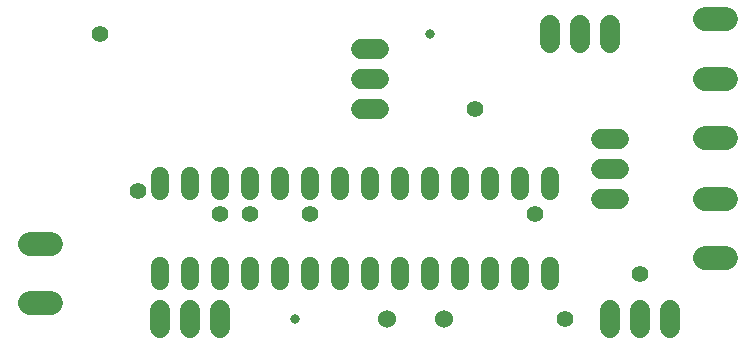
<source format=gbs>
G75*
G70*
%OFA0B0*%
%FSLAX24Y24*%
%IPPOS*%
%LPD*%
%AMOC8*
5,1,8,0,0,1.08239X$1,22.5*
%
%ADD10C,0.0320*%
%ADD11C,0.0600*%
%ADD12C,0.0680*%
%ADD13C,0.0785*%
%ADD14C,0.0600*%
%ADD15C,0.0560*%
D10*
X011562Y002145D03*
X016062Y011645D03*
D11*
X016062Y006905D02*
X016062Y006385D01*
X015062Y006385D02*
X015062Y006905D01*
X014062Y006905D02*
X014062Y006385D01*
X013062Y006385D02*
X013062Y006905D01*
X012062Y006905D02*
X012062Y006385D01*
X011062Y006385D02*
X011062Y006905D01*
X010062Y006905D02*
X010062Y006385D01*
X009062Y006385D02*
X009062Y006905D01*
X008062Y006905D02*
X008062Y006385D01*
X007062Y006385D02*
X007062Y006905D01*
X007062Y003905D02*
X007062Y003385D01*
X008062Y003385D02*
X008062Y003905D01*
X009062Y003905D02*
X009062Y003385D01*
X010062Y003385D02*
X010062Y003905D01*
X011062Y003905D02*
X011062Y003385D01*
X012062Y003385D02*
X012062Y003905D01*
X013062Y003905D02*
X013062Y003385D01*
X014062Y003385D02*
X014062Y003905D01*
X015062Y003905D02*
X015062Y003385D01*
X016062Y003385D02*
X016062Y003905D01*
X017062Y003905D02*
X017062Y003385D01*
X018062Y003385D02*
X018062Y003905D01*
X019062Y003905D02*
X019062Y003385D01*
X020062Y003385D02*
X020062Y003905D01*
X020062Y006385D02*
X020062Y006905D01*
X019062Y006905D02*
X019062Y006385D01*
X018062Y006385D02*
X018062Y006905D01*
X017062Y006905D02*
X017062Y006385D01*
D12*
X021762Y006145D02*
X022362Y006145D01*
X022362Y007145D02*
X021762Y007145D01*
X021762Y008145D02*
X022362Y008145D01*
X022062Y011345D02*
X022062Y011945D01*
X021062Y011945D02*
X021062Y011345D01*
X020062Y011345D02*
X020062Y011945D01*
X014362Y011145D02*
X013762Y011145D01*
X013762Y010145D02*
X014362Y010145D01*
X014362Y009145D02*
X013762Y009145D01*
X009062Y002445D02*
X009062Y001845D01*
X008062Y001845D02*
X008062Y002445D01*
X007062Y002445D02*
X007062Y001845D01*
X022062Y001845D02*
X022062Y002445D01*
X023062Y002445D02*
X023062Y001845D01*
X024062Y001845D02*
X024062Y002445D01*
D13*
X003415Y002661D02*
X002710Y002661D01*
X002710Y004629D02*
X003415Y004629D01*
X025210Y004161D02*
X025915Y004161D01*
X025915Y006129D02*
X025210Y006129D01*
X025217Y008177D02*
X025922Y008177D01*
X025922Y010145D02*
X025217Y010145D01*
X025217Y012114D02*
X025922Y012114D01*
D14*
X016512Y002145D03*
X014612Y002145D03*
D15*
X020562Y002145D03*
X023062Y003645D03*
X019562Y005645D03*
X017562Y009145D03*
X012062Y005645D03*
X010062Y005645D03*
X009062Y005645D03*
X006312Y006395D03*
X005062Y011645D03*
M02*

</source>
